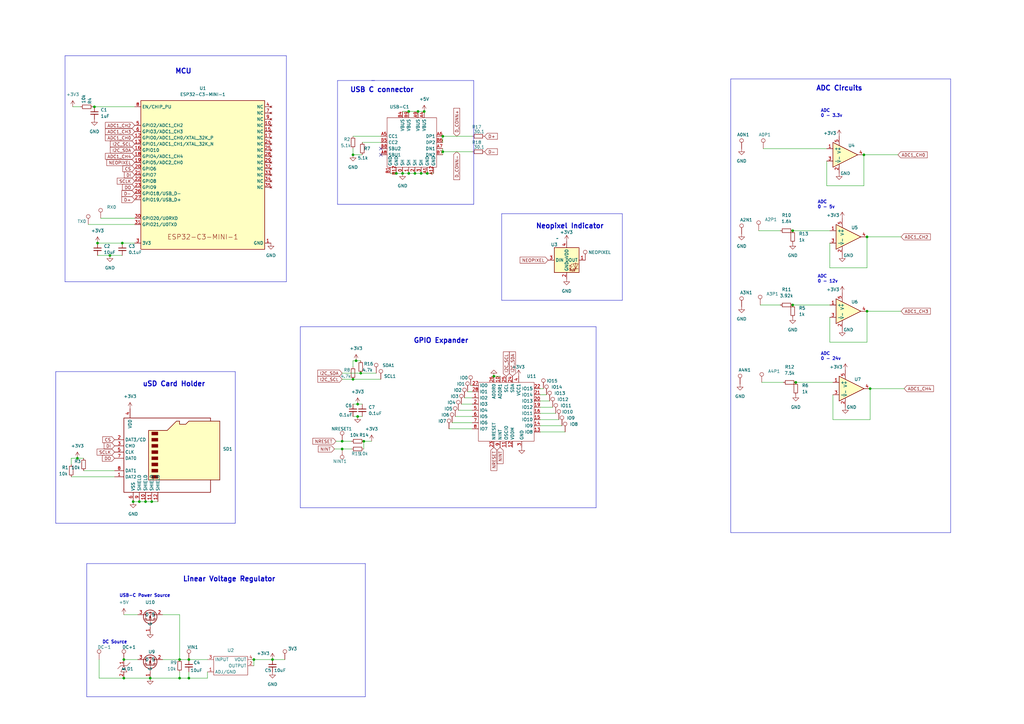
<source format=kicad_sch>
(kicad_sch (version 20230121) (generator eeschema)
  (paper "A3")
  (lib_symbols
    (symbol "1_espressif:ESP32-C3-MINI-1"
      (property "Reference" "U" (at -25.4 35.56 0))
      (property "Value" "ESP32-C3-MINI-1" (at -25.4 33.02 0))
      (symbol "ESP32-C3-MINI-1_0_0"
        (text "ESP32-C3-MINI-1" (at 0 -25.4 0) (effects (font (size 2 2))))
      )
      (symbol "ESP32-C3-MINI-1_1_1"
        (pin power_in line (at 27.94 -27.94 180) (length 2.54) (name "GND") (number "1"))
        (pin no_connect line (at 27.94 20.32 180) (length 2.54) (name "NC") (number "10"))
        (pin bidirectional line (at 27.94 -27.94 180) (length 2.54) hide (name "11") (number "11"))
        (pin bidirectional line (at -27.94 15.24 0) (length 2.54) (name "GPIO0/ADC1_CH0/XTAL_32K_P") (number "12"))
        (pin bidirectional line (at -27.94 12.7 0) (length 2.54) (name "GPIO1/ADC1_CH1/XTAL_32K_N") (number "13"))
        (pin bidirectional line (at 27.94 -27.94 180) (length 2.54) hide (name "14") (number "14"))
        (pin no_connect line (at 27.94 17.78 180) (length 2.54) (name "NC") (number "15"))
        (pin bidirectional line (at -27.94 10.16 0) (length 2.54) (name "GPIO10") (number "16"))
        (pin no_connect line (at 27.94 15.24 180) (length 2.54) (name "NC") (number "17"))
        (pin bidirectional line (at -27.94 7.62 0) (length 2.54) (name "GPIO4/ADC1_CH4") (number "18"))
        (pin bidirectional line (at -27.94 5.08 0) (length 2.54) (name "GPIO5/ADC2_CH0") (number "19"))
        (pin passive line (at 27.94 -27.94 180) (length 2.54) hide (name "GND") (number "2"))
        (pin bidirectional line (at -27.94 2.54 0) (length 2.54) (name "GPIO6") (number "20"))
        (pin bidirectional line (at -27.94 0 0) (length 2.54) (name "GPIO7") (number "21"))
        (pin bidirectional line (at -27.94 -2.54 0) (length 2.54) (name "GPIO8") (number "22"))
        (pin bidirectional line (at -27.94 -5.08 0) (length 2.54) (name "GPIO9") (number "23"))
        (pin no_connect line (at 27.94 12.7 180) (length 2.54) (name "NC") (number "24"))
        (pin no_connect line (at 27.94 10.16 180) (length 2.54) (name "NC") (number "25"))
        (pin bidirectional line (at -27.94 -7.62 0) (length 2.54) (name "GPIO18/USB_D-") (number "26"))
        (pin bidirectional line (at -27.94 -10.16 0) (length 2.54) (name "GPIO19/USB_D+") (number "27"))
        (pin no_connect line (at 27.94 7.62 180) (length 2.54) (name "NC") (number "28"))
        (pin no_connect line (at 27.94 5.08 180) (length 2.54) (name "NC") (number "29"))
        (pin power_in line (at -27.94 -27.94 0) (length 2.54) (name "3V3") (number "3"))
        (pin bidirectional line (at -27.94 -17.78 0) (length 2.54) (name "GPIO20/U0RXD") (number "30"))
        (pin bidirectional line (at -27.94 -20.32 0) (length 2.54) (name "GPIO21/U0TXD") (number "31"))
        (pin no_connect line (at 27.94 2.54 180) (length 2.54) (name "NC") (number "32"))
        (pin no_connect line (at 27.94 0 180) (length 2.54) (name "NC") (number "33"))
        (pin no_connect line (at 27.94 -2.54 180) (length 2.54) (name "NC") (number "34"))
        (pin no_connect line (at 27.94 -5.08 180) (length 2.54) (name "NC") (number "35"))
        (pin passive line (at 27.94 -27.94 180) (length 2.54) hide (name "GND") (number "36"))
        (pin passive line (at 27.94 -27.94 180) (length 2.54) hide (name "GND") (number "37"))
        (pin passive line (at 27.94 -27.94 180) (length 2.54) hide (name "GND") (number "38"))
        (pin passive line (at 27.94 -27.94 180) (length 2.54) hide (name "GND") (number "39"))
        (pin no_connect line (at 27.94 27.94 180) (length 2.54) (name "NC") (number "4"))
        (pin passive line (at 27.94 -27.94 180) (length 2.54) hide (name "GND") (number "40"))
        (pin passive line (at 27.94 -27.94 180) (length 2.54) hide (name "GND") (number "41"))
        (pin passive line (at 27.94 -27.94 180) (length 2.54) hide (name "GND") (number "42"))
        (pin passive line (at 27.94 -27.94 180) (length 2.54) hide (name "GND") (number "43"))
        (pin passive line (at 27.94 -27.94 180) (length 2.54) hide (name "GND") (number "44"))
        (pin passive line (at 27.94 -27.94 180) (length 2.54) hide (name "GND") (number "45"))
        (pin passive line (at 27.94 -27.94 180) (length 2.54) hide (name "GND") (number "46"))
        (pin passive line (at 27.94 -27.94 180) (length 2.54) hide (name "GND") (number "47"))
        (pin passive line (at 27.94 -27.94 180) (length 2.54) hide (name "GND") (number "48"))
        (pin passive line (at 27.94 -27.94 180) (length 2.54) hide (name "GND") (number "49"))
        (pin bidirectional line (at -27.94 20.32 0) (length 2.54) (name "GPIO2/ADC1_CH2") (number "5"))
        (pin passive line (at 27.94 -27.94 180) (length 2.54) hide (name "GND") (number "50"))
        (pin passive line (at 27.94 -27.94 180) (length 2.54) hide (name "GND") (number "51"))
        (pin passive line (at 27.94 -27.94 180) (length 2.54) hide (name "GND") (number "52"))
        (pin passive line (at 27.94 -27.94 180) (length 2.54) hide (name "GND") (number "53"))
        (pin bidirectional line (at -27.94 17.78 0) (length 2.54) (name "GPIO3/ADC1_CH3") (number "6"))
        (pin no_connect line (at 27.94 25.4 180) (length 2.54) (name "NC") (number "7"))
        (pin input line (at -27.94 27.94 0) (length 2.54) (name "EN/CHIP_PU") (number "8"))
        (pin no_connect line (at 27.94 22.86 180) (length 2.54) (name "NC") (number "9"))
      )
    )
    (symbol "1_project_specific:A03401A"
      (property "Reference" "Q" (at 0 0 0))
      (symbol "A03401A_1_1"
        (pin input line (at 0 -11.43 90) (length 2.54) (name "G") (number "1"))
        (pin passive line (at 5.08 -3.81 180) (length 2.54) (name "S") (number "2"))
        (pin passive line (at -5.08 -3.81 0) (length 2.54) (name "D") (number "3"))
      )
    )
    (symbol "1_project_specific:AZ1117IH-3.3TRG1"
      (property "Reference" "U" (at 0 0 0))
      (symbol "AZ1117IH-3.3TRG1_1_1"
        (pin input line (at -8.89 -8.89 0) (length 2.54) (name "ADJ/GND") (number "1"))
        (pin output line (at 10.16 -6.35 180) (length 2.54) (name "OUTPUT") (number "2"))
        (pin input line (at -8.89 -3.81 0) (length 2.54) (name "INPUT") (number "3"))
        (pin output line (at 10.16 -3.81 180) (length 2.54) (name "VOUT") (number "4"))
      )
    )
    (symbol "1_project_specific:LTVS16H5.0T5G"
      (property "Reference" "D" (at -1.27 -1.27 0))
      (symbol "LTVS16H5.0T5G_1_1"
        (pin input line (at -5.08 -3.81 0) (length 2.54) (name "K") (number "1"))
        (pin input line (at 2.54 -3.81 180) (length 2.54) (name "A") (number "2"))
      )
    )
    (symbol "1_project_specific:SX1509BIULTRT"
      (property "Reference" "U" (at 0 0 0))
      (symbol "SX1509BIULTRT_1_1"
        (pin bidirectional line (at -13.97 -19.05 0) (length 2.54) (name "IO2") (number "1"))
        (pin bidirectional line (at -2.54 -10.16 270) (length 2.54) (name "ADDR1") (number "10"))
        (pin bidirectional line (at 0 -39.37 90) (length 2.54) (name "OSCIO") (number "11"))
        (pin bidirectional line (at 2.54 -39.37 90) (length 2.54) (name "VDDM") (number "12"))
        (pin bidirectional line (at 13.97 -33.02 180) (length 2.54) (name "IO8") (number "13"))
        (pin bidirectional line (at 13.97 -30.48 180) (length 2.54) (name "IO9") (number "14"))
        (pin bidirectional line (at 13.97 -27.94 180) (length 2.54) (name "IO10") (number "15"))
        (pin bidirectional line (at 13.97 -25.4 180) (length 2.54) (name "IO11") (number "16"))
        (pin bidirectional line (at 6.35 -39.37 90) (length 2.54) hide (name "GND") (number "17"))
        (pin bidirectional line (at 5.08 -10.16 270) (length 2.54) hide (name "VCC2") (number "18"))
        (pin bidirectional line (at 13.97 -22.86 180) (length 2.54) (name "IO12") (number "19"))
        (pin bidirectional line (at -13.97 -21.59 0) (length 2.54) (name "IO3") (number "2"))
        (pin bidirectional line (at 13.97 -20.32 180) (length 2.54) (name "IO13") (number "20"))
        (pin bidirectional line (at 13.97 -17.78 180) (length 2.54) (name "IO14") (number "21"))
        (pin bidirectional line (at 13.97 -15.24 180) (length 2.54) (name "IO15") (number "22"))
        (pin bidirectional line (at -5.08 -39.37 90) (length 2.54) (name "NRESET") (number "23"))
        (pin bidirectional line (at 2.54 -10.16 270) (length 2.54) (name "SDA") (number "24"))
        (pin bidirectional line (at 0 -10.16 270) (length 2.54) (name "SCL") (number "25"))
        (pin bidirectional line (at -5.08 -10.16 270) (length 2.54) (name "ADDR0") (number "26"))
        (pin bidirectional line (at -13.97 -13.97 0) (length 2.54) (name "IO0") (number "27"))
        (pin bidirectional line (at -13.97 -16.51 0) (length 2.54) (name "IO1") (number "28"))
        (pin bidirectional line (at 6.35 -39.37 90) (length 2.54) hide (name "PAD") (number "29"))
        (pin bidirectional line (at 6.35 -39.37 90) (length 2.54) (name "GND") (number "3"))
        (pin bidirectional line (at 5.08 -10.16 270) (length 2.54) (name "VCC1") (number "4"))
        (pin bidirectional line (at -13.97 -24.13 0) (length 2.54) (name "IO4") (number "5"))
        (pin bidirectional line (at -13.97 -26.67 0) (length 2.54) (name "IO5") (number "6"))
        (pin bidirectional line (at -13.97 -29.21 0) (length 2.54) (name "IO6") (number "7"))
        (pin bidirectional line (at -13.97 -31.75 0) (length 2.54) (name "IO7") (number "8"))
        (pin bidirectional line (at -2.54 -39.37 90) (length 2.54) (name "NINT") (number "9"))
      )
    )
    (symbol "1_project_specific:USB-TYPE-C-018"
      (property "Reference" "USB-C" (at 0 0 0))
      (property "Value" "USB-TYPE-C-018" (at 8.89 -13.97 0))
      (symbol "USB-TYPE-C-018_1_1"
        (pin bidirectional line (at 1.27 -26.67 90) (length 2.54) (name "SH") (number "0"))
        (pin bidirectional line (at 3.81 -26.67 90) (length 2.54) (name "SH") (number "1"))
        (pin bidirectional line (at 6.35 -26.67 90) (length 2.54) (name "SH") (number "2"))
        (pin bidirectional line (at 8.89 -26.67 90) (length 2.54) (name "SH") (number "3"))
        (pin bidirectional line (at 11.43 -26.67 90) (length 2.54) (name "GND") (number "A1"))
        (pin bidirectional line (at 13.97 -26.67 90) (length 2.54) (name "GND") (number "A12"))
        (pin bidirectional line (at 10.16 -1.27 270) (length 2.54) (name "VBUS") (number "A4"))
        (pin bidirectional line (at -7.62 -11.43 0) (length 2.54) (name "CC1") (number "A5"))
        (pin bidirectional line (at 17.78 -11.43 180) (length 2.54) (name "DP1") (number "A6"))
        (pin bidirectional line (at 17.78 -16.51 180) (length 2.54) (name "DN1") (number "A7"))
        (pin bidirectional line (at -7.62 -19.05 0) (length 2.54) (name "SBU1") (number "A8"))
        (pin bidirectional line (at 7.62 -1.27 270) (length 2.54) (name "VBUS") (number "A9"))
        (pin bidirectional line (at -3.81 -26.67 90) (length 2.54) (name "GND") (number "B1"))
        (pin bidirectional line (at -1.27 -26.67 90) (length 2.54) (name "GND") (number "B12"))
        (pin bidirectional line (at 1.27 -1.27 270) (length 2.54) (name "VBUS") (number "B4"))
        (pin bidirectional line (at -7.62 -13.97 0) (length 2.54) (name "CC2") (number "B5"))
        (pin bidirectional line (at 17.78 -13.97 180) (length 2.54) (name "DP2") (number "B6"))
        (pin bidirectional line (at 17.78 -19.05 180) (length 2.54) (name "DN2") (number "B7"))
        (pin bidirectional line (at -7.62 -16.51 0) (length 2.54) (name "SBU2") (number "B8"))
        (pin bidirectional line (at 3.81 -1.27 270) (length 2.54) (name "VBUS") (number "B9"))
      )
    )
    (symbol "1_project_specific:WS2812B-2020"
      (property "Reference" "U?" (at 0 0 0))
      (symbol "WS2812B-2020_0_0"
        (text "RGB" (at 6.096 -13.081 0) (effects (font (size 0.762 0.762))))
      )
      (symbol "WS2812B-2020_1_1"
        (pin output line (at 11.43 -8.89 180) (length 2.54) (name "DOUT") (number "1"))
        (pin power_out line (at 3.81 -16.51 90) (length 2.54) (name "GND") (number "2"))
        (pin output line (at -3.81 -8.89 0) (length 2.54) (name "DIN") (number "3"))
        (pin power_in line (at 3.81 -1.27 270) (length 2.54) (name "VDD") (number "4"))
      )
    )
    (symbol "Connector:TestPoint" (pin_numbers hide) (pin_names (offset 0.762) hide)
      (property "Reference" "TP" (at 0 6.858 0))
      (property "Value" "TestPoint" (at 0 5.08 0))
      (symbol "TestPoint_1_1"
        (pin passive line (at 0 0 90) (length 2.54) (name "1") (number "1"))
      )
    )
    (symbol "Device:C_Small" (pin_numbers hide) (pin_names (offset 0.254) hide)
      (property "Reference" "C" (at 0.254 1.778 0))
      (property "Value" "C_Small" (at 0.254 -2.032 0))
      (symbol "C_Small_1_1"
        (pin passive line (at 0 2.54 270) (length 2.032) (name "~") (number "1"))
        (pin passive line (at 0 -2.54 90) (length 2.032) (name "~") (number "2"))
      )
    )
    (symbol "Device:R_Small" (pin_numbers hide) (pin_names (offset 0.254) hide)
      (property "Reference" "R" (at 0.762 0.508 0))
      (property "Value" "R_Small" (at 0.762 -1.016 0))
      (symbol "R_Small_1_1"
        (pin passive line (at 0 2.54 270) (length 0.762) (name "~") (number "1"))
        (pin passive line (at 0 -2.54 90) (length 0.762) (name "~") (number "2"))
      )
    )
    (symbol "lib:472192001"
      (property "Reference" "SD" (at 0 0 0))
      (property "Value" "472192001" (at 0 0 0))
      (property "part_number" "472192001" (at 0 0 0))
      (symbol "472192001_1_1"
        (pin bidirectional line (at -20.32 -33.02 0) (length 3.81) (name "DAT2") (number "1"))
        (pin passive line (at -7.62 -43.18 90) (length 3.81) (name "SHIELD") (number "10"))
        (pin passive line (at -5.08 -43.18 90) (length 3.81) (name "SHIELD") (number "11"))
        (pin passive line (at -2.54 -43.18 90) (length 3.81) (name "SHIELD") (number "12"))
        (pin bidirectional line (at -20.32 -17.78 0) (length 3.81) (name "DAT3/CD") (number "2"))
        (pin input line (at -20.32 -20.32 0) (length 3.81) (name "CMD") (number "3"))
        (pin power_in line (at -13.97 -5.08 270) (length 3.81) (name "VDD") (number "4"))
        (pin input line (at -20.32 -22.86 0) (length 3.81) (name "CLK") (number "5"))
        (pin power_in line (at -12.7 -43.18 90) (length 3.81) (name "VSS") (number "6"))
        (pin bidirectional line (at -20.32 -25.4 0) (length 3.81) (name "DAT0") (number "7"))
        (pin bidirectional line (at -20.32 -30.48 0) (length 3.81) (name "DAT1") (number "8"))
        (pin passive line (at -10.16 -43.18 90) (length 3.81) (name "SHIELD") (number "9"))
      )
    )
    (symbol "lib:LM321MF"
      (property "Reference" "U" (at 0 0 0))
      (property "part_number" "LM321MF" (at 0 0 0))
      (symbol "LM321MF_1_1"
        (pin input line (at -6.35 -17.78 0) (length 2.54) (name "+") (number "1"))
        (pin power_in line (at -1.27 -27.94 90) (length 3.81) (name "V-") (number "2"))
        (pin input line (at -6.35 -22.86 0) (length 2.54) (name "-") (number "3"))
        (pin output line (at 8.89 -20.32 180) (length 2.54) (name "~") (number "4"))
        (pin power_in line (at -1.27 -12.7 270) (length 3.81) (name "V+") (number "5"))
      )
    )
    (symbol "power:+3V3" (power) (pin_names (offset 0))
      (property "Value" "+3V3" (at 0 3.556 0))
      (symbol "+3V3_1_1"
        (pin power_in line (at 0 0 90) (length 0) hide (name "+3V3") (number "1"))
      )
    )
    (symbol "power:+5V" (power) (pin_names (offset 0))
      (property "Value" "+5V" (at 0 3.556 0))
      (symbol "+5V_1_1"
        (pin power_in line (at 0 0 90) (length 0) hide (name "+5V") (number "1"))
      )
    )
    (symbol "power:GND" (power) (pin_names (offset 0))
      (property "Value" "GND" (at 0 -3.81 0))
      (symbol "GND_1_1"
        (pin power_in line (at 0 0 270) (length 0) hide (name "GND") (number "1"))
      )
    )
  )
  (junction (at 167.64 45.72))
  (junction (at 144.78 155.575))
  (junction (at 50.8 270.51))
  (junction (at 50.165 99.695))
  (junction (at 38.735 43.815))
  (junction (at 104.14 270.51))
  (junction (at 202.565 154.305))
  (junction (at 73.66 278.13))
  (junction (at 325.12 94.615))
  (junction (at 175.26 71.12))
  (junction (at 40.005 99.695))
  (junction (at 140.335 184.15))
  (junction (at 165.1 71.12))
  (junction (at 354.33 63.5))
  (junction (at 45.085 104.775))
  (junction (at 171.45 45.72))
  (junction (at 144.78 63.5))
  (junction (at 170.18 71.12))
  (junction (at 31.75 187.96))
  (junction (at 149.225 180.975))
  (junction (at 77.47 278.13))
  (junction (at 147.955 153.035))
  (junction (at 62.23 205.74))
  (junction (at 355.6 127.635))
  (junction (at 50.8 278.13))
  (junction (at 356.87 159.385))
  (junction (at 355.6 97.155))
  (junction (at 140.335 180.975))
  (junction (at 54.61 205.74))
  (junction (at 111.76 270.51))
  (junction (at 59.69 205.74))
  (junction (at 172.72 71.12))
  (junction (at 77.47 270.51))
  (junction (at 173.99 45.72))
  (junction (at 146.05 147.955))
  (junction (at 326.39 156.845))
  (junction (at 57.15 205.74))
  (junction (at 181.61 55.88))
  (junction (at 181.61 62.23))
  (junction (at 146.685 165.735))
  (junction (at 73.66 270.51))
  (junction (at 162.56 71.12))
  (junction (at 61.595 278.13))
  (junction (at 325.12 125.095))
  (junction (at 146.685 170.815))
  (junction (at 167.64 71.12))
  (no_connect (at 156.21 60.96))
  (no_connect (at 156.21 63.5))
  (wire (pts (xy 146.685 165.735) (xy 148.59 165.735)))
  (wire (pts (xy 165.1 71.12) (xy 167.64 71.12)))
  (polyline (pts (xy 35.56 231.14) (xy 149.86 231.14)))
  (wire (pts (xy 73.66 270.51) (xy 77.47 270.51)))
  (wire (pts (xy 31.75 187.96) (xy 34.29 187.96)))
  (wire (pts (xy 326.39 156.845) (xy 341.63 156.845)))
  (polyline (pts (xy 26.67 22.86) (xy 117.475 22.86)))
  (wire (pts (xy 181.61 62.23) (xy 193.675 62.23)))
  (wire (pts (xy 144.78 170.815) (xy 146.685 170.815)))
  (wire (pts (xy 40.005 104.775) (xy 45.085 104.775)))
  (wire (pts (xy 50.8 278.13) (xy 61.595 278.13)))
  (wire (pts (xy 137.795 180.975) (xy 140.335 180.975)))
  (wire (pts (xy 325.12 94.615) (xy 340.36 94.615)))
  (wire (pts (xy 341.63 172.085) (xy 356.87 172.085)))
  (wire (pts (xy 355.6 109.855) (xy 355.6 97.155)))
  (wire (pts (xy 313.055 60.96) (xy 339.09 60.96)))
  (wire (pts (xy 165.1 45.72) (xy 167.64 45.72)))
  (wire (pts (xy 146.685 170.815) (xy 148.59 170.815)))
  (wire (pts (xy 38.1 43.815) (xy 38.735 43.815)))
  (wire (pts (xy 184.15 175.895) (xy 193.675 175.895)))
  (polyline (pts (xy 299.72 32.385) (xy 389.89 32.385)))
  (wire (pts (xy 146.05 147.955) (xy 147.955 147.955)))
  (polyline (pts (xy 123.19 208.28) (xy 244.475 208.28)))
  (wire (pts (xy 59.69 205.74) (xy 62.23 205.74)))
  (polyline (pts (xy 138.43 83.82) (xy 138.43 33.02)))
  (wire (pts (xy 340.36 109.855) (xy 355.6 109.855)))
  (wire (pts (xy 140.335 155.575) (xy 144.78 155.575)))
  (wire (pts (xy 221.615 174.625) (xy 230.505 174.625)))
  (polyline (pts (xy 96.52 152.4) (xy 96.52 214.63)))
  (polyline (pts (xy 22.86 152.4) (xy 96.52 152.4)))
  (wire (pts (xy 221.615 164.465) (xy 225.425 164.465)))
  (wire (pts (xy 57.15 205.74) (xy 59.69 205.74)))
  (wire (pts (xy 111.76 270.51) (xy 116.84 270.51)))
  (wire (pts (xy 187.96 168.275) (xy 193.675 168.275)))
  (wire (pts (xy 40.005 99.695) (xy 50.165 99.695)))
  (wire (pts (xy 340.36 130.175) (xy 340.36 140.335)))
  (wire (pts (xy 354.33 63.5) (xy 368.3 63.5)))
  (wire (pts (xy 181.61 60.96) (xy 181.61 62.23)))
  (polyline (pts (xy 35.56 231.14) (xy 35.56 285.75)))
  (wire (pts (xy 171.45 45.72) (xy 173.99 45.72)))
  (wire (pts (xy 340.36 99.695) (xy 340.36 109.855)))
  (wire (pts (xy 189.23 165.735) (xy 193.675 165.735)))
  (wire (pts (xy 144.78 150.495) (xy 144.78 147.955)))
  (wire (pts (xy 62.23 205.74) (xy 64.77 205.74)))
  (polyline (pts (xy 117.475 115.57) (xy 26.67 115.57)))
  (wire (pts (xy 186.69 170.815) (xy 193.675 170.815)))
  (wire (pts (xy 50.8 252.095) (xy 56.515 252.095)))
  (wire (pts (xy 29.21 187.96) (xy 31.75 187.96)))
  (wire (pts (xy 41.275 89.535) (xy 55.245 89.535)))
  (wire (pts (xy 54.61 205.74) (xy 57.15 205.74)))
  (polyline (pts (xy 123.19 133.985) (xy 244.475 133.985)))
  (wire (pts (xy 170.18 71.12) (xy 172.72 71.12)))
  (wire (pts (xy 29.21 190.5) (xy 29.21 187.96)))
  (wire (pts (xy 50.8 270.51) (xy 56.515 270.51)))
  (wire (pts (xy 40.64 278.13) (xy 50.8 278.13)))
  (wire (pts (xy 144.78 155.575) (xy 156.21 155.575)))
  (wire (pts (xy 29.845 43.815) (xy 33.02 43.815)))
  (polyline (pts (xy 22.86 152.4) (xy 22.86 214.63)))
  (wire (pts (xy 149.225 180.975) (xy 152.4 180.975)))
  (wire (pts (xy 185.42 173.355) (xy 193.675 173.355)))
  (wire (pts (xy 66.675 270.51) (xy 73.66 270.51)))
  (wire (pts (xy 191.77 160.655) (xy 193.675 160.655)))
  (wire (pts (xy 34.29 193.04) (xy 46.99 193.04)))
  (wire (pts (xy 140.335 153.035) (xy 147.955 153.035)))
  (wire (pts (xy 356.87 159.385) (xy 370.84 159.385)))
  (polyline (pts (xy 96.52 214.63) (xy 22.86 214.63)))
  (polyline (pts (xy 117.475 22.86) (xy 117.475 115.57)))
  (wire (pts (xy 340.36 140.335) (xy 355.6 140.335)))
  (polyline (pts (xy 194.31 83.82) (xy 138.43 83.82)))
  (wire (pts (xy 193.04 158.115) (xy 193.675 158.115)))
  (polyline (pts (xy 149.86 231.14) (xy 149.86 285.75)))
  (wire (pts (xy 104.14 270.51) (xy 104.14 273.05)))
  (wire (pts (xy 341.63 161.925) (xy 341.63 172.085)))
  (wire (pts (xy 29.21 195.58) (xy 46.99 195.58)))
  (wire (pts (xy 85.09 278.13) (xy 85.09 275.59)))
  (wire (pts (xy 147.955 153.035) (xy 154.305 153.035)))
  (wire (pts (xy 339.09 66.04) (xy 339.09 76.2)))
  (wire (pts (xy 38.735 43.815) (xy 55.245 43.815)))
  (wire (pts (xy 354.33 76.2) (xy 354.33 63.5)))
  (wire (pts (xy 339.09 76.2) (xy 354.33 76.2)))
  (wire (pts (xy 221.615 161.925) (xy 224.155 161.925)))
  (wire (pts (xy 221.615 167.005) (xy 226.695 167.005)))
  (wire (pts (xy 355.6 140.335) (xy 355.6 127.635)))
  (wire (pts (xy 73.66 252.095) (xy 73.66 270.51)))
  (wire (pts (xy 221.615 169.545) (xy 227.965 169.545)))
  (wire (pts (xy 146.685 165.735) (xy 144.78 165.735)))
  (wire (pts (xy 356.87 172.085) (xy 356.87 159.385)))
  (wire (pts (xy 181.61 55.88) (xy 181.61 58.42)))
  (wire (pts (xy 355.6 97.155) (xy 369.57 97.155)))
  (wire (pts (xy 321.31 156.845) (xy 312.42 156.845)))
  (wire (pts (xy 144.78 147.955) (xy 146.05 147.955)))
  (wire (pts (xy 221.615 159.385) (xy 222.885 159.385)))
  (wire (pts (xy 320.04 94.615) (xy 311.15 94.615)))
  (wire (pts (xy 144.145 184.15) (xy 140.335 184.15)))
  (wire (pts (xy 77.47 275.59) (xy 77.47 278.13)))
  (wire (pts (xy 167.64 71.12) (xy 170.18 71.12)))
  (polyline (pts (xy 152.4 33.02) (xy 194.31 33.02)))
  (wire (pts (xy 104.14 270.51) (xy 111.76 270.51)))
  (wire (pts (xy 160.02 71.12) (xy 162.56 71.12)))
  (polyline (pts (xy 26.67 22.86) (xy 26.67 115.57)))
  (wire (pts (xy 172.72 71.12) (xy 175.26 71.12)))
  (polyline (pts (xy 123.19 133.985) (xy 123.19 208.28)))
  (wire (pts (xy 149.225 180.975) (xy 149.225 184.15)))
  (wire (pts (xy 36.195 92.075) (xy 55.245 92.075)))
  (wire (pts (xy 162.56 71.12) (xy 165.1 71.12)))
  (wire (pts (xy 202.565 154.305) (xy 205.105 154.305)))
  (wire (pts (xy 181.61 55.88) (xy 193.675 55.88)))
  (wire (pts (xy 140.335 180.975) (xy 144.145 180.975)))
  (wire (pts (xy 144.78 55.88) (xy 156.21 55.88)))
  (wire (pts (xy 175.26 71.12) (xy 177.8 71.12)))
  (wire (pts (xy 148.59 58.42) (xy 156.21 58.42)))
  (wire (pts (xy 325.12 125.095) (xy 340.36 125.095)))
  (wire (pts (xy 73.66 278.13) (xy 77.47 278.13)))
  (wire (pts (xy 40.64 270.51) (xy 40.64 278.13)))
  (wire (pts (xy 144.78 63.5) (xy 144.78 60.96)))
  (wire (pts (xy 181.61 62.23) (xy 181.61 63.5)))
  (polyline (pts (xy 194.31 33.02) (xy 194.31 83.82)))
  (wire (pts (xy 221.615 177.165) (xy 231.775 177.165)))
  (polyline (pts (xy 149.86 285.75) (xy 35.56 285.75)))
  (wire (pts (xy 140.335 184.15) (xy 137.16 184.15)))
  (polyline (pts (xy 244.475 208.28) (xy 244.475 133.985)))
  (wire (pts (xy 355.6 127.635) (xy 369.57 127.635)))
  (wire (pts (xy 50.165 99.695) (xy 55.245 99.695)))
  (polyline (pts (xy 389.89 218.44) (xy 299.72 218.44)))
  (wire (pts (xy 61.595 278.13) (xy 73.66 278.13)))
  (polyline (pts (xy 138.43 33.02) (xy 153.67 33.02)))
  (wire (pts (xy 66.675 252.095) (xy 73.66 252.095)))
  (wire (pts (xy 221.615 172.085) (xy 229.235 172.085)))
  (wire (pts (xy 77.47 278.13) (xy 85.09 278.13)))
  (wire (pts (xy 190.5 163.195) (xy 193.675 163.195)))
  (wire (pts (xy 73.66 275.59) (xy 73.66 278.13)))
  (wire (pts (xy 148.59 63.5) (xy 144.78 63.5)))
  (wire (pts (xy 311.785 125.095) (xy 320.04 125.095)))
  (polyline (pts (xy 389.89 32.385) (xy 389.89 218.44)))
  (wire (pts (xy 77.47 270.51) (xy 85.09 270.51)))
  (wire (pts (xy 45.085 104.775) (xy 50.165 104.775)))
  (polyline (pts (xy 299.72 32.385) (xy 299.72 218.44)))
  (wire (pts (xy 167.64 45.72) (xy 171.45 45.72)))
  (wire (pts (xy 61.595 259.715) (xy 61.595 259.08)))
  (rectangle (start 205.74 87.63) (end 255.27 123.19))
  (text "ADC Circuits" (at 334.645 37.465 0) (effects (font (size 2 2) bold) (justify left bottom)))
  (text "uSD Card Holder" (at 58.42 158.75 0) (effects (font (size 2 2) bold) (justify left bottom)))
  (text "Linear Voltage Regulator" (at 74.93 238.76 0) (effects (font (size 2 2) bold) (justify left bottom)))
  (text "ADC\n0 - 5v" (at 335.28 85.725 0) (effects (font (size 1.27 1.27) bold) (justify left bottom)))
  (text "USB-C Power Source" (at 48.895 245.11 0) (effects (font (size 1.27 1.27) (thickness 0.254) bold) (justify left bottom)))
  (text "ADC\n0 - 3.3v" (at 336.55 48.26 0) (effects (font (size 1.27 1.27) bold) (justify left bottom)))
  (text "ADC\n0 - 12v" (at 335.28 116.205 0) (effects (font (size 1.27 1.27) bold) (justify left bottom)))
  (text "DC Source" (at 41.91 264.16 0) (effects (font (size 1.27 1.27) (thickness 0.254) bold) (justify left bottom)))
  (text "USB C connector" (at 143.51 38.1 0) (effects (font (size 2 2) bold) (justify left bottom)))
  (text "GPIO Expander" (at 169.545 140.97 0) (effects (font (size 2 2) (thickness 0.4) bold) (justify left bottom)))
  (text "Neopixel Indicator" (at 219.71 93.98 0) (effects (font (size 2 2) bold) (justify left bottom)))
  (text "MCU" (at 71.755 30.48 0) (effects (font (size 2 2) (thickness 0.4) bold) (justify left bottom)))
  (text "ADC\n0 - 24v" (at 336.55 147.955 0) (effects (font (size 1.27 1.27) bold) (justify left bottom)))
  (global_label "I2C_SCL" (shape input) (at 207.645 154.305 90) (property "Intersheetrefs" "${INTERSHEET_REFS}" (effects hide)))
  (global_label "ADC1_CH2" (shape input) (at 55.245 51.435 180) (property "Intersheetrefs" "${INTERSHEET_REFS}" (effects hide)))
  (global_label "I2C_SCL" (shape input) (at 140.335 155.575 180) (property "Intersheetrefs" "${INTERSHEET_REFS}" (effects hide)))
  (global_label "ADC1_CH3" (shape input) (at 55.245 53.975 180) (property "Intersheetrefs" "${INTERSHEET_REFS}" (effects hide)))
  (global_label "ADC1_CH0" (shape input) (at 368.3 63.5 0) (property "Intersheetrefs" "${INTERSHEET_REFS}" (effects hide)))
  (global_label "DO" (shape input) (at 46.99 187.96 180) (property "Intersheetrefs" "${INTERSHEET_REFS}" (effects hide)))
  (global_label "I2C_SDA" (shape input) (at 55.245 61.595 180) (property "Intersheetrefs" "${INTERSHEET_REFS}" (effects hide)))
  (global_label "D+" (shape input) (at 198.755 55.88 0) (property "Intersheetrefs" "${INTERSHEET_REFS}" (effects hide)))
  (global_label "ADC1_CH4" (shape input) (at 55.245 64.135 180) (property "Intersheetrefs" "${INTERSHEET_REFS}" (effects hide)))
  (global_label "NEOPIXEL" (shape input) (at 55.245 66.675 180) (property "Intersheetrefs" "${INTERSHEET_REFS}" (effects hide)))
  (global_label "D-" (shape input) (at 198.755 62.23 0) (property "Intersheetrefs" "${INTERSHEET_REFS}" (effects hide)))
  (global_label "D_CONN+" (shape input) (at 187.325 55.88 90) (property "Intersheetrefs" "${INTERSHEET_REFS}" (effects hide)))
  (global_label "CS" (shape input) (at 46.99 180.34 180) (property "Intersheetrefs" "${INTERSHEET_REFS}" (effects hide)))
  (global_label "D_CONN-" (shape input) (at 187.325 62.23 270) (property "Intersheetrefs" "${INTERSHEET_REFS}" (effects hide)))
  (global_label "DO" (shape input) (at 55.245 76.835 180) (property "Intersheetrefs" "${INTERSHEET_REFS}" (effects hide)))
  (global_label "SCLK" (shape input) (at 55.245 74.295 180) (property "Intersheetrefs" "${INTERSHEET_REFS}" (effects hide)))
  (global_label "SCLK" (shape input) (at 46.99 185.42 180) (property "Intersheetrefs" "${INTERSHEET_REFS}" (effects hide)))
  (global_label "DI" (shape input) (at 55.245 71.755 180) (property "Intersheetrefs" "${INTERSHEET_REFS}" (effects hide)))
  (global_label "ADC1_CH3" (shape input) (at 369.57 127.635 0) (property "Intersheetrefs" "${INTERSHEET_REFS}" (effects hide)))
  (global_label "ADC1_CH4" (shape input) (at 370.84 159.385 0) (property "Intersheetrefs" "${INTERSHEET_REFS}" (effects hide)))
  (global_label "I2C_SDA" (shape input) (at 140.335 153.035 180) (property "Intersheetrefs" "${INTERSHEET_REFS}" (effects hide)))
  (global_label "I2C_SCL" (shape input) (at 55.245 59.055 180) (property "Intersheetrefs" "${INTERSHEET_REFS}" (effects hide)))
  (global_label "ADC1_CH0" (shape input) (at 55.245 56.515 180) (property "Intersheetrefs" "${INTERSHEET_REFS}" (effects hide)))
  (global_label "ADC1_CH2" (shape input) (at 369.57 97.155 0) (property "Intersheetrefs" "${INTERSHEET_REFS}" (effects hide)))
  (global_label "D-" (shape input) (at 55.245 79.375 180) (property "Intersheetrefs" "${INTERSHEET_REFS}" (effects hide)))
  (global_label "D+" (shape input) (at 55.245 81.915 180) (property "Intersheetrefs" "${INTERSHEET_REFS}" (effects hide)))
  (global_label "NINT" (shape input) (at 137.16 184.15 180) (property "Intersheetrefs" "${INTERSHEET_REFS}" (effects hide)))
  (global_label "NINT" (shape input) (at 205.105 183.515 270) (property "Intersheetrefs" "${INTERSHEET_REFS}" (effects hide)))
  (global_label "DI" (shape input) (at 46.99 182.88 180) (property "Intersheetrefs" "${INTERSHEET_REFS}" (effects hide)))
  (global_label "NRESET" (shape input) (at 202.565 183.515 270) (property "Intersheetrefs" "${INTERSHEET_REFS}" (effects hide)))
  (global_label "NEOPIXEL" (shape input) (at 224.79 106.68 180) (property "Intersheetrefs" "${INTERSHEET_REFS}" (effects hide)))
  (global_label "CS" (shape input) (at 55.245 69.215 180) (property "Intersheetrefs" "${INTERSHEET_REFS}" (effects hide)))
  (global_label "I2C_SDA" (shape input) (at 210.185 154.305 90) (property "Intersheetrefs" "${INTERSHEET_REFS}" (effects hide)))
  (global_label "NRESET" (shape input) (at 137.795 180.975 180) (property "Intersheetrefs" "${INTERSHEET_REFS}" (effects hide)))
  (symbol (lib_id "Connector:TestPoint") (at 116.84 270.51 0) (unit 1)
    (property "Reference" "3V3" (at 118.11 266.065 0) (effects (justify left)))
    (property "Value" "TestPoint" (effects hide))
    (property "Footprint" "TestPoint:TestPoint_THTPad_1.0x1.0mm_Drill0.5mm" (effects hide))
  )
  (symbol (lib_id "Connector:TestPoint") (at 222.885 159.385 0) (unit 1)
    (property "Reference" "IO15" (at 224.155 156.21 0) (effects (justify left)))
    (property "Value" "TestPoint" (effects hide))
    (property "Footprint" "TestPoint:TestPoint_THTPad_1.0x1.0mm_Drill0.5mm" (effects hide))
  )
  (symbol (lib_id "power:+3V3") (at 212.725 154.305 0) (unit 1)
    (property "Reference" "#PWR0120" (effects hide))
    (property "Value" "+3V3" (at 215.265 150.495 0) (effects (justify right)))
  )
  (symbol (lib_id "Connector:TestPoint") (at 191.77 160.655 0) (unit 1)
    (property "Reference" "IO1" (at 187.325 157.48 0) (effects (justify left)))
    (property "Value" "TestPoint" (effects hide))
    (property "Footprint" "TestPoint:TestPoint_THTPad_1.0x1.0mm_Drill0.5mm" (effects hide))
  )
  (symbol (lib_id "Device:R_Small") (at 144.78 58.42 180) (unit 1)
    (property "Reference" "R2" (at 140.97 57.15 0) (effects (justify right)))
    (property "Value" "5.1k" (at 139.7 59.69 0) (effects (justify right)))
    (property "Footprint" "Resistor_SMD:R_0402_1005Metric" (effects hide))
    (property "part_number" "ERJ2RKF5101X" (effects hide))
  )
  (symbol (lib_id "Device:C_Small") (at 77.47 273.05 0) (unit 1)
    (property "Reference" "C4" (at 79.375 271.78 0) (effects (justify left)))
    (property "Value" "10uF" (at 78.105 274.955 0) (effects (justify left)))
    (property "Footprint" "Capacitor_SMD:C_0603_1608Metric" (effects hide))
    (property "part_number" "CL10A106KO8NQNC" (effects hide))
  )
  (symbol (lib_id "Connector:TestPoint") (at 304.165 95.885 0) (unit 1)
    (property "Reference" "A2N1" (at 303.53 90.17 0) (effects (justify left)))
    (property "Value" "TestPoint" (effects hide))
    (property "Footprint" "TestPoint:TestPoint_THTPad_1.0x1.0mm_Drill0.5mm" (effects hide))
  )
  (symbol (lib_id "Device:R_Small") (at 322.58 94.615 90) (unit 1)
    (property "Reference" "R10" (at 322.58 88.265 90))
    (property "Value" "1.6k" (at 322.58 90.805 90))
    (property "Footprint" "Resistor_SMD:R_0402_1005Metric" (effects hide))
    (property "part_number" "RMC04021.6K1%N" (effects hide))
  )
  (symbol (lib_id "Device:C_Small") (at 111.76 273.05 0) (unit 1)
    (property "Reference" "C5" (at 108.585 274.955 0) (effects (justify left)))
    (property "Value" "10uF" (at 112.395 274.955 0) (effects (justify left)))
    (property "Footprint" "Capacitor_SMD:C_0603_1608Metric" (effects hide))
    (property "part_number" "CL10A106KO8NQNC" (effects hide))
  )
  (symbol (lib_id "Connector:TestPoint") (at 227.965 169.545 0) (unit 1)
    (property "Reference" "IO11" (at 229.87 166.37 0) (effects (justify left)))
    (property "Value" "TestPoint" (effects hide))
    (property "Footprint" "TestPoint:TestPoint_THTPad_1.0x1.0mm_Drill0.5mm" (effects hide))
  )
  (symbol (lib_id "Connector:TestPoint") (at 156.21 155.575 0) (unit 1)
    (property "Reference" "SCL1" (at 157.48 154.305 0) (effects (justify left)))
    (property "Value" "TestPoint" (effects hide))
    (property "Footprint" "TestPoint:TestPoint_THTPad_1.0x1.0mm_Drill0.5mm" (effects hide))
  )
  (symbol (lib_id "power:GND") (at 304.165 60.96 0) (unit 1)
    (property "Reference" "#PWR0112" (effects hide))
    (property "Value" "GND" (at 304.165 66.04 0))
  )
  (symbol (lib_id "Device:R_Small") (at 146.685 184.15 90) (unit 1)
    (property "Reference" "R15" (at 144.145 186.055 90) (effects (justify right)))
    (property "Value" "10k" (at 147.32 186.055 90) (effects (justify right)))
    (property "Footprint" "Resistor_SMD:R_0402_1005Metric" (effects hide))
    (property "part_number" "ERJ2RKF1002X" (effects hide))
  )
  (symbol (lib_id "Connector:TestPoint") (at 186.69 170.815 0) (unit 1)
    (property "Reference" "IO5" (at 182.245 167.64 0) (effects (justify left)))
    (property "Value" "TestPoint" (effects hide))
    (property "Footprint" "TestPoint:TestPoint_THTPad_1.0x1.0mm_Drill0.5mm" (effects hide))
  )
  (symbol (lib_id "Device:R_Small") (at 147.955 150.495 180) (unit 1)
    (property "Reference" "R16" (at 149.225 149.225 0) (effects (justify right)))
    (property "Value" "4.7k" (at 148.59 151.765 0) (effects (justify right)))
    (property "Footprint" "Resistor_SMD:R_0402_1005Metric" (effects hide))
    (property "part_number" "RC0402FR-074K7L" (effects hide))
  )
  (symbol (lib_id "power:GND") (at 38.735 48.895 0) (unit 1)
    (property "Reference" "#PWR02" (effects hide))
    (property "Value" "GND" (at 38.735 53.975 0))
  )
  (symbol (lib_id "Device:R_Small") (at 35.56 43.815 90) (unit 1)
    (property "Reference" "R4" (at 36.83 40.005 0) (effects (justify right)))
    (property "Value" "10k" (at 34.29 38.735 0) (effects (justify right)))
    (property "Footprint" "Resistor_SMD:R_0402_1005Metric" (effects hide))
    (property "part_number" "ERJ2RKF1002X" (effects hide))
  )
  (symbol (lib_id "1_project_specific:A03401A") (at 61.595 266.7 0) (unit 1)
    (property "Reference" "U9" (at 62.23 267.335 0))
    (property "Value" "A03401A" (effects hide))
    (property "Footprint" "1_project_footprints:SOT-23" (effects hide))
  )
  (symbol (lib_id "lib:LM321MF") (at 345.44 43.18 0) (unit 1)
    (property "Reference" "U4" (at 349.25 59.69 0))
    (property "Value" "LM321MF" (effects hide))
    (property "Footprint" "1_project_footprints:LM321MF" (effects hide))
    (property "part_number" "LM321MF" (effects hide))
  )
  (symbol (lib_id "power:+3V3") (at 111.76 270.51 0) (unit 1)
    (property "Reference" "#PWR0101" (effects hide))
    (property "Value" "+3V3" (at 107.95 267.97 0))
  )
  (symbol (lib_id "power:+3V3") (at 345.44 89.535 0) (unit 1)
    (property "Reference" "#PWR027" (effects hide))
    (property "Value" "+3V3" (at 341.63 88.265 0))
  )
  (symbol (lib_id "Device:R_Small") (at 148.59 60.96 180) (unit 1)
    (property "Reference" "R7" (at 149.225 60.96 0) (effects (justify right)))
    (property "Value" "5.1k" (at 146.685 64.77 0) (effects (justify right)))
    (property "Footprint" "Resistor_SMD:R_0402_1005Metric" (effects hide))
    (property "part_number" "ERJ2RKF5101X" (effects hide))
  )
  (symbol (lib_id "1_espressif:ESP32-C3-MINI-1") (at 83.185 71.755 0) (unit 1)
    (property "Reference" "U1" (at 83.185 36.195 0))
    (property "Value" "ESP32-C3-MINI-1" (at 83.185 38.735 0))
    (property "Footprint" "Espressif:ESP32-C3-MINI-1" (effects hide))
    (property "Datasheet" "https://www.espressif.com/sites/default/files/documentation/esp32-c3-mini-1_datasheet_en.pdf" (effects hide))
  )
  (symbol (lib_id "power:+3V3") (at 344.17 55.88 0) (unit 1)
    (property "Reference" "#PWR025" (effects hide))
    (property "Value" "+3V3" (at 340.36 54.61 0))
  )
  (symbol (lib_id "1_project_specific:USB-TYPE-C-018") (at 163.83 44.45 0) (unit 1)
    (property "Reference" "USB-C1" (at 163.83 43.815 0))
    (property "Value" "USB-TYPE-C-018" (effects hide))
    (property "Footprint" "lib:USB-TYPE-C-018" (effects hide))
  )
  (symbol (lib_id "power:GND") (at 202.565 154.305 180) (unit 1)
    (property "Reference" "#PWR0119" (effects hide))
    (property "Value" "GND" (effects hide))
  )
  (symbol (lib_id "power:GND") (at 345.44 135.255 0) (unit 1)
    (property "Reference" "#PWR030" (effects hide))
    (property "Value" "GND" (at 347.98 135.255 0))
  )
  (symbol (lib_id "power:GND") (at 61.595 259.08 0) (unit 1)
    (property "Reference" "#PWR0107" (effects hide))
    (property "Value" "GND" (effects hide))
  )
  (symbol (lib_id "Connector:TestPoint") (at 224.155 161.925 0) (unit 1)
    (property "Reference" "IO14" (at 226.06 158.75 0) (effects (justify left)))
    (property "Value" "TestPoint" (effects hide))
    (property "Footprint" "TestPoint:TestPoint_THTPad_1.0x1.0mm_Drill0.5mm" (effects hide))
  )
  (symbol (lib_id "Connector:TestPoint") (at 184.15 175.895 0) (unit 1)
    (property "Reference" "IO7" (at 179.705 172.72 0) (effects (justify left)))
    (property "Value" "TestPoint" (effects hide))
    (property "Footprint" "TestPoint:TestPoint_THTPad_1.0x1.0mm_Drill0.5mm" (effects hide))
  )
  (symbol (lib_id "Device:R_Small") (at 322.58 125.095 90) (unit 1)
    (property "Reference" "R11" (at 322.58 118.745 90))
    (property "Value" "3.92k" (at 322.58 121.285 90))
    (property "Footprint" "Resistor_SMD:R_0402_1005Metric" (effects hide))
    (property "part_number" "RC0402FR-073K9L" (effects hide))
  )
  (symbol (lib_id "Device:R_Small") (at 73.66 273.05 180) (unit 1)
    (property "Reference" "R9" (at 69.85 271.78 0) (effects (justify right)))
    (property "Value" "10k" (at 68.58 274.32 0) (effects (justify right)))
    (property "Footprint" "Resistor_SMD:R_0402_1005Metric" (effects hide))
    (property "part_number" "ERJ2RKF1002X" (effects hide))
  )
  (symbol (lib_id "power:GND") (at 325.12 99.695 0) (unit 1)
    (property "Reference" "#PWR020" (effects hide))
    (property "Value" "GND" (at 325.12 104.775 0))
  )
  (symbol (lib_id "power:GND") (at 325.12 130.175 0) (unit 1)
    (property "Reference" "#PWR021" (effects hide))
    (property "Value" "GND" (at 325.12 135.255 0))
  )
  (symbol (lib_id "Connector:TestPoint") (at 185.42 173.355 0) (unit 1)
    (property "Reference" "IO6" (at 180.975 170.18 0) (effects (justify left)))
    (property "Value" "TestPoint" (effects hide))
    (property "Footprint" "TestPoint:TestPoint_THTPad_1.0x1.0mm_Drill0.5mm" (effects hide))
  )
  (symbol (lib_id "Device:R_Small") (at 325.12 127.635 0) (unit 1)
    (property "Reference" "R5" (at 327.66 126.3649 0) (effects (justify left)))
    (property "Value" "1k" (at 327.66 128.9049 0) (effects (justify left)))
    (property "Footprint" "Resistor_SMD:R_0402_1005Metric" (effects hide))
    (property "part_number" "CR-02FL6----1K" (effects hide))
  )
  (symbol (lib_id "Connector:TestPoint") (at 154.305 153.035 0) (unit 1)
    (property "Reference" "SDA1" (at 156.845 149.86 0) (effects (justify left)))
    (property "Value" "TestPoint" (effects hide))
    (property "Footprint" "TestPoint:TestPoint_THTPad_1.0x1.0mm_Drill0.5mm" (effects hide))
  )
  (symbol (lib_id "Connector:TestPoint") (at 225.425 164.465 0) (unit 1)
    (property "Reference" "IO13" (at 227.33 161.29 0) (effects (justify left)))
    (property "Value" "TestPoint" (effects hide))
    (property "Footprint" "TestPoint:TestPoint_THTPad_1.0x1.0mm_Drill0.5mm" (effects hide))
  )
  (symbol (lib_id "Device:R_Small") (at 34.29 190.5 180) (unit 1)
    (property "Reference" "R3" (at 30.48 189.23 0) (effects (justify right)))
    (property "Value" "10k" (at 29.21 191.77 0) (effects (justify right)))
    (property "Footprint" "Resistor_SMD:R_0402_1005Metric" (effects hide))
    (property "part_number" "ERJ2RKF1002X" (effects hide))
  )
  (symbol (lib_id "power:+5V") (at 50.8 252.095 0) (unit 1)
    (property "Reference" "#PWR06" (effects hide))
    (property "Value" "+5V" (at 50.8 247.015 0))
  )
  (symbol (lib_id "Device:R_Small") (at 325.12 97.155 0) (unit 1)
    (property "Reference" "R13" (at 327.66 95.8849 0) (effects (justify left)))
    (property "Value" "1k" (at 327.66 98.4249 0) (effects (justify left)))
    (property "Footprint" "Resistor_SMD:R_0402_1005Metric" (effects hide))
    (property "part_number" "CR-02FL6----1K" (effects hide))
  )
  (symbol (lib_id "power:+3V3") (at 53.34 167.64 0) (unit 1)
    (property "Reference" "#PWR013" (effects hide))
    (property "Value" "+3V3" (at 53.34 162.56 0))
  )
  (symbol (lib_id "Device:R_Small") (at 196.215 62.23 270) (unit 1)
    (property "Reference" "R18" (at 197.485 58.42 90) (effects (justify right)))
    (property "Value" "30.1" (at 198.755 60.325 90) (effects (justify right)))
    (property "Footprint" "Resistor_SMD:R_0402_1005Metric" (effects hide))
    (property "part_number" "0402WGF301JTCE" (effects hide))
  )
  (symbol (lib_id "Device:C_Small") (at 144.78 168.275 0) (unit 1)
    (property "Reference" "C6" (at 141.605 166.37 0) (effects (justify left)))
    (property "Value" "0.1uF" (at 139.065 170.18 0) (effects (justify left)))
    (property "Footprint" "Capacitor_SMD:C_0402_1005Metric" (effects hide))
    (property "part_number" "GCM155L81E104KE02D" (effects hide))
  )
  (symbol (lib_id "power:GND") (at 213.995 183.515 0) (unit 1)
    (property "Reference" "#PWR0118" (effects hide))
    (property "Value" "GND" (effects hide))
  )
  (symbol (lib_id "power:GND") (at 165.1 71.12 0) (unit 1)
    (property "Reference" "#PWR0104" (effects hide))
    (property "Value" "GND" (at 165.1 76.2 0))
  )
  (symbol (lib_id "power:+3V3") (at 40.005 99.695 0) (unit 1)
    (property "Reference" "#PWR03" (effects hide))
    (property "Value" "+3V3" (at 40.005 94.615 0))
  )
  (symbol (lib_id "Device:R_Small") (at 196.215 55.88 270) (unit 1)
    (property "Reference" "R17" (at 197.485 52.07 90) (effects (justify right)))
    (property "Value" "30.1" (at 198.755 53.975 90) (effects (justify right)))
    (property "Footprint" "Resistor_SMD:R_0402_1005Metric" (effects hide))
    (property "part_number" "0402WGF301JTCE" (effects hide))
  )
  (symbol (lib_id "Connector:TestPoint") (at 304.165 125.73 0) (unit 1)
    (property "Reference" "A3N1" (at 303.53 120.015 0) (effects (justify left)))
    (property "Value" "TestPoint" (effects hide))
    (property "Footprint" "TestPoint:TestPoint_THTPad_1.0x1.0mm_Drill0.5mm" (effects hide))
  )
  (symbol (lib_id "Connector:TestPoint") (at 311.785 125.095 0) (unit 1)
    (property "Reference" "A3P1" (at 314.325 120.5229 0) (effects (justify left)))
    (property "Value" "TestPoint" (effects hide))
    (property "Footprint" "TestPoint:TestPoint_THTPad_1.0x1.0mm_Drill0.5mm" (effects hide))
  )
  (symbol (lib_id "Connector:TestPoint") (at 189.23 165.735 0) (unit 1)
    (property "Reference" "IO3" (at 184.785 162.56 0) (effects (justify left)))
    (property "Value" "TestPoint" (effects hide))
    (property "Footprint" "TestPoint:TestPoint_THTPad_1.0x1.0mm_Drill0.5mm" (effects hide))
  )
  (symbol (lib_id "1_project_specific:SX1509BIULTRT") (at 207.645 144.145 0) (unit 1)
    (property "Reference" "U11" (at 216.0144 154.305 0) (effects (justify left)))
    (property "Value" "SX1509BIULTRT" (effects hide))
    (property "Footprint" "1_project_footprints:QFN-28-EP(4x4)" (effects hide))
  )
  (symbol (lib_id "Connector:TestPoint") (at 187.96 168.275 0) (unit 1)
    (property "Reference" "IO4" (at 183.515 165.1 0) (effects (justify left)))
    (property "Value" "TestPoint" (effects hide))
    (property "Footprint" "TestPoint:TestPoint_THTPad_1.0x1.0mm_Drill0.5mm" (effects hide))
  )
  (symbol (lib_id "1_project_specific:A03401A") (at 61.595 248.285 0) (unit 1)
    (property "Reference" "U10" (at 61.595 247.015 0))
    (property "Value" "A03401A" (effects hide))
    (property "Footprint" "1_project_footprints:SOT-23" (effects hide))
  )
  (symbol (lib_id "Connector:TestPoint") (at 230.505 174.625 0) (unit 1)
    (property "Reference" "IO9" (at 232.41 171.45 0) (effects (justify left)))
    (property "Value" "TestPoint" (effects hide))
    (property "Footprint" "TestPoint:TestPoint_THTPad_1.0x1.0mm_Drill0.5mm" (effects hide))
  )
  (symbol (lib_id "Connector:TestPoint") (at 140.335 180.975 0) (unit 1)
    (property "Reference" "NRESET1" (at 135.89 175.895 0) (effects (justify left)))
    (property "Value" "TestPoint" (effects hide))
    (property "Footprint" "TestPoint:TestPoint_THTPad_1.0x1.0mm_Drill0.5mm" (effects hide))
  )
  (symbol (lib_id "power:GND") (at 61.595 278.13 0) (unit 1)
    (property "Reference" "#PWR0103" (effects hide))
    (property "Value" "GND" (effects hide))
  )
  (symbol (lib_id "Device:R_Small") (at 29.21 193.04 180) (unit 1)
    (property "Reference" "R1" (at 25.4 191.77 0) (effects (justify right)))
    (property "Value" "10k" (at 24.13 194.31 0) (effects (justify right)))
    (property "Footprint" "Resistor_SMD:R_0402_1005Metric" (effects hide))
    (property "part_number" "ERJ2RKF1002X" (effects hide))
  )
  (symbol (lib_id "Connector:TestPoint") (at 304.165 60.96 0) (unit 1)
    (property "Reference" "A0N1" (at 302.26 55.245 0) (effects (justify left)))
    (property "Value" "TestPoint" (effects hide))
    (property "Footprint" "TestPoint:TestPoint_THTPad_1.0x1.0mm_Drill0.5mm" (effects hide))
  )
  (symbol (lib_id "1_project_specific:WS2812B-2020") (at 228.6 97.79 0) (unit 1)
    (property "Reference" "U3" (at 227.33 100.33 0))
    (property "Value" "~" (at 228.6 97.79 0))
    (property "Footprint" "1_project_footprints:WS2812B-2020" (effects hide))
  )
  (symbol (lib_id "Connector:TestPoint") (at 231.775 177.165 0) (unit 1)
    (property "Reference" "IO8" (at 233.68 173.99 0) (effects (justify left)))
    (property "Value" "TestPoint" (effects hide))
    (property "Footprint" "TestPoint:TestPoint_THTPad_1.0x1.0mm_Drill0.5mm" (effects hide))
  )
  (symbol (lib_id "lib:472192001") (at 67.31 162.56 0) (unit 1)
    (property "Reference" "SD1" (at 91.44 184.1499 0) (effects (justify left)))
    (property "Value" "472192001" (effects hide))
    (property "Footprint" "1_project_footprints:472192001" (effects hide))
    (property "part_number" "472192001" (effects hide))
  )
  (symbol (lib_id "power:+3V3") (at 29.845 43.815 0) (unit 1)
    (property "Reference" "#PWR01" (effects hide))
    (property "Value" "+3V3" (at 29.845 38.735 0))
  )
  (symbol (lib_id "power:+3V3") (at 346.71 151.765 0) (unit 1)
    (property "Reference" "#PWR031" (effects hide))
    (property "Value" "+3V3" (at 342.9 150.495 0))
  )
  (symbol (lib_id "power:GND") (at 146.685 170.815 0) (unit 1)
    (property "Reference" "#PWR0116" (effects hide))
    (property "Value" "GND" (effects hide))
  )
  (symbol (lib_id "power:GND") (at 111.125 99.695 0) (unit 1)
    (property "Reference" "#PWR05" (effects hide))
    (property "Value" "GND" (at 111.125 104.775 0))
  )
  (symbol (lib_id "power:+3V3") (at 152.4 180.975 0) (unit 1)
    (property "Reference" "#PWR0117" (effects hide))
    (property "Value" "+3V3" (at 152.4 175.895 0))
  )
  (symbol (lib_id "power:+3V3") (at 345.44 120.015 0) (unit 1)
    (property "Reference" "#PWR029" (effects hide))
    (property "Value" "+3V3" (at 341.63 118.745 0))
  )
  (symbol (lib_id "Connector:TestPoint") (at 229.235 172.085 0) (unit 1)
    (property "Reference" "IO10" (at 230.505 168.91 0) (effects (justify left)))
    (property "Value" "TestPoint" (effects hide))
    (property "Footprint" "TestPoint:TestPoint_THTPad_1.0x1.0mm_Drill0.5mm" (effects hide))
  )
  (symbol (lib_id "power:GND") (at 144.78 63.5 0) (unit 1)
    (property "Reference" "#PWR0105" (effects hide))
    (property "Value" "GND" (at 144.78 68.58 0))
  )
  (symbol (lib_id "Connector:TestPoint") (at 303.53 157.48 0) (unit 1)
    (property "Reference" "A4N1" (at 302.895 151.765 0) (effects (justify left)))
    (property "Value" "TestPoint" (effects hide))
    (property "Footprint" "TestPoint:TestPoint_THTPad_1.0x1.0mm_Drill0.5mm" (effects hide))
  )
  (symbol (lib_id "Connector:TestPoint") (at 40.64 270.51 0) (unit 1)
    (property "Reference" "DC-1" (at 40.005 265.43 0) (effects (justify left)))
    (property "Value" "TestPoint" (effects hide))
    (property "Footprint" "TestPoint:TestPoint_THTPad_1.0x1.0mm_Drill0.5mm" (effects hide))
  )
  (symbol (lib_id "Device:C_Small") (at 50.165 102.235 0) (unit 1)
    (property "Reference" "C3" (at 52.705 100.9712 0) (effects (justify left)))
    (property "Value" "0.1uF" (at 52.705 103.5112 0) (effects (justify left)))
    (property "Footprint" "Capacitor_SMD:C_0402_1005Metric" (effects hide))
    (property "part_number" "GCM155L81E104KE02D" (effects hide))
  )
  (symbol (lib_id "Connector:TestPoint") (at 41.275 89.535 0) (unit 1)
    (property "Reference" "RX0" (at 43.815 84.9629 0) (effects (justify left)))
    (property "Value" "TestPoint" (effects hide))
    (property "Footprint" "TestPoint:TestPoint_THTPad_1.0x1.0mm_Drill0.5mm" (effects hide))
  )
  (symbol (lib_id "Device:C_Small") (at 40.005 102.235 0) (unit 1)
    (property "Reference" "C2" (at 42.545 100.9712 0) (effects (justify left)))
    (property "Value" "10uF" (at 42.545 103.5112 0) (effects (justify left)))
    (property "Footprint" "Capacitor_SMD:C_0603_1608Metric" (effects hide))
    (property "part_number" "CL10A106KO8NQNC" (effects hide))
  )
  (symbol (lib_id "power:GND") (at 326.39 161.925 0) (unit 1)
    (property "Reference" "#PWR022" (effects hide))
    (property "Value" "GND" (at 326.39 167.005 0))
  )
  (symbol (lib_id "power:GND") (at 303.53 157.48 0) (unit 1)
    (property "Reference" "#PWR0108" (effects hide))
    (property "Value" "GND" (at 303.53 162.56 0))
  )
  (symbol (lib_id "power:GND") (at 304.165 95.885 0) (unit 1)
    (property "Reference" "#PWR0111" (effects hide))
    (property "Value" "GND" (at 304.165 100.965 0))
  )
  (symbol (lib_id "power:+3V3") (at 232.41 99.06 0) (unit 1)
    (property "Reference" "#PWR08" (effects hide))
    (property "Value" "+3V3" (at 234.95 95.25 0) (effects (justify right)))
  )
  (symbol (lib_id "power:GND") (at 45.085 104.775 0) (unit 1)
    (property "Reference" "#PWR04" (effects hide))
    (property "Value" "GND" (at 45.085 109.855 0))
  )
  (symbol (lib_id "power:+3V3") (at 146.05 147.955 0) (unit 1)
    (property "Reference" "#PWR0114" (effects hide))
    (property "Value" "+3V3" (at 146.05 142.875 0))
  )
  (symbol (lib_id "Connector:TestPoint") (at 313.055 60.96 0) (unit 1)
    (property "Reference" "A0P1" (at 311.15 55.245 0) (effects (justify left)))
    (property "Value" "TestPoint" (effects hide))
    (property "Footprint" "TestPoint:TestPoint_THTPad_1.0x1.0mm_Drill0.5mm" (effects hide))
  )
  (symbol (lib_id "Connector:TestPoint") (at 312.42 156.845 0) (unit 1)
    (property "Reference" "A4P1" (at 314.96 152.2729 0) (effects (justify left)))
    (property "Value" "TestPoint" (effects hide))
    (property "Footprint" "TestPoint:TestPoint_THTPad_1.0x1.0mm_Drill0.5mm" (effects hide))
  )
  (symbol (lib_id "Connector:TestPoint") (at 193.04 158.115 0) (unit 1)
    (property "Reference" "IO0" (at 188.595 154.94 0) (effects (justify left)))
    (property "Value" "TestPoint" (effects hide))
    (property "Footprint" "TestPoint:TestPoint_THTPad_1.0x1.0mm_Drill0.5mm" (effects hide))
  )
  (symbol (lib_id "Connector:TestPoint") (at 311.15 94.615 0) (unit 1)
    (property "Reference" "A2P1" (at 313.69 90.0429 0) (effects (justify left)))
    (property "Value" "TestPoint" (effects hide))
    (property "Footprint" "TestPoint:TestPoint_THTPad_1.0x1.0mm_Drill0.5mm" (effects hide))
  )
  (symbol (lib_id "Connector:TestPoint") (at 50.8 270.51 0) (unit 1)
    (property "Reference" "DC+1" (at 50.165 265.43 0) (effects (justify left)))
    (property "Value" "TestPoint" (effects hide))
    (property "Footprint" "TestPoint:TestPoint_THTPad_1.0x1.0mm_Drill0.5mm" (effects hide))
  )
  (symbol (lib_id "power:GND") (at 344.17 71.12 0) (unit 1)
    (property "Reference" "#PWR026" (effects hide))
    (property "Value" "GND" (at 346.71 71.12 0))
  )
  (symbol (lib_id "power:GND") (at 54.61 205.74 0) (unit 1)
    (property "Reference" "#PWR014" (effects hide))
    (property "Value" "GND" (at 54.61 210.82 0))
  )
  (symbol (lib_id "Connector:TestPoint") (at 190.5 163.195 0) (unit 1)
    (property "Reference" "IO2" (at 186.055 160.02 0) (effects (justify left)))
    (property "Value" "TestPoint" (effects hide))
    (property "Footprint" "TestPoint:TestPoint_THTPad_1.0x1.0mm_Drill0.5mm" (effects hide))
  )
  (symbol (lib_id "Connector:TestPoint") (at 240.03 106.68 0) (unit 1)
    (property "Reference" "NEOPIXEL" (at 241.3 103.505 0) (effects (justify left)))
    (property "Value" "TestPoint" (effects hide))
    (property "Footprint" "TestPoint:TestPoint_THTPad_1.0x1.0mm_Drill0.5mm" (effects hide))
  )
  (symbol (lib_id "1_project_specific:LTVS16H5.0T5G") (at 54.61 275.59 270) (unit 1)
    (property "Reference" "D1" (at 52.07 274.32 90) (effects (justify left)))
    (property "Value" "LTVS16H5.0T5G" (effects hide))
    (property "Footprint" "1_project_footprints:DFN1610" (effects hide))
  )
  (symbol (lib_id "lib:LM321MF") (at 347.98 139.065 0) (unit 1)
    (property "Reference" "U7" (at 351.79 155.575 0))
    (property "Value" "LM321MF" (effects hide))
    (property "Footprint" "1_project_footprints:LM321MF" (effects hide))
    (property "part_number" "LM321MF" (effects hide))
  )
  (symbol (lib_id "Device:C_Small") (at 38.735 46.355 0) (unit 1)
    (property "Reference" "C1" (at 41.275 45.0912 0) (effects (justify left)))
    (property "Value" "1uF" (at 41.275 47.6312 0) (effects (justify left)))
    (property "Footprint" "Capacitor_SMD:C_0402_1005Metric" (effects hide))
    (property "part_number" "0402X105K6R3NT" (effects hide))
  )
  (symbol (lib_id "Device:R_Small") (at 144.78 153.035 180) (unit 1)
    (property "Reference" "R8" (at 140.97 151.765 0) (effects (justify right)))
    (property "Value" "4.7k" (at 139.7 154.305 0) (effects (justify right)))
    (property "Footprint" "Resistor_SMD:R_0402_1005Metric" (effects hide))
    (property "part_number" "RC0402FR-074K7L" (effects hide))
  )
  (symbol (lib_id "power:GND") (at 232.41 114.3 0) (unit 1)
    (property "Reference" "#PWR09" (effects hide))
    (property "Value" "GND" (at 232.41 119.38 0))
  )
  (symbol (lib_id "Connector:TestPoint") (at 36.195 92.075 0) (unit 1)
    (property "Reference" "TX0" (at 31.75 90.805 0) (effects (justify left)))
    (property "Value" "TestPoint" (effects hide))
    (property "Footprint" "TestPoint:TestPoint_THTPad_1.0x1.0mm_Drill0.5mm" (effects hide))
  )
  (symbol (lib_id "Connector:TestPoint") (at 140.335 184.15 180) (unit 1)
    (property "Reference" "NINT1" (at 142.24 189.23 0) (effects (justify left)))
    (property "Value" "TestPoint" (effects hide))
    (property "Footprint" "TestPoint:TestPoint_THTPad_1.0x1.0mm_Drill0.5mm" (effects hide))
  )
  (symbol (lib_id "Device:R_Small") (at 326.39 159.385 0) (unit 1)
    (property "Reference" "R6" (at 328.93 158.1149 0) (effects (justify left)))
    (property "Value" "1k" (at 328.93 160.6549 0) (effects (justify left)))
    (property "Footprint" "Resistor_SMD:R_0402_1005Metric" (effects hide))
    (property "part_number" "CR-02FL6----1K" (effects hide))
  )
  (symbol (lib_id "lib:LM321MF") (at 346.71 76.835 0) (unit 1)
    (property "Reference" "U5" (at 350.52 93.345 0))
    (property "Value" "LM321MF" (effects hide))
    (property "Footprint" "1_project_footprints:LM321MF" (effects hide))
    (property "part_number" "LM321MF" (effects hide))
  )
  (symbol (lib_id "Device:R_Small") (at 323.85 156.845 90) (unit 1)
    (property "Reference" "R12" (at 323.85 150.495 90))
    (property "Value" "7.5k" (at 323.85 153.035 90))
    (property "Footprint" "Resistor_SMD:R_0402_1005Metric" (effects hide))
    (property "part_number" "AECR0402F7K50K9" (effects hide))
  )
  (symbol (lib_id "power:GND") (at 346.71 167.005 0) (unit 1)
    (property "Reference" "#PWR032" (effects hide))
    (property "Value" "GND" (at 349.25 167.005 0))
  )
  (symbol (lib_id "power:+5V") (at 173.99 45.72 0) (unit 1)
    (property "Reference" "#PWR0106" (effects hide))
    (property "Value" "+5V" (at 173.99 40.64 0))
  )
  (symbol (lib_id "power:GND") (at 345.44 104.775 0) (unit 1)
    (property "Reference" "#PWR028" (effects hide))
    (property "Value" "GND" (at 347.98 104.775 0))
  )
  (symbol (lib_id "Device:C_Small") (at 148.59 168.275 0) (unit 1)
    (property "Reference" "C7" (at 151.13 167.0112 0) (effects (justify left)))
    (property "Value" "0.1uF" (at 151.13 169.5512 0) (effects (justify left)))
    (property "Footprint" "Capacitor_SMD:C_0402_1005Metric" (effects hide))
    (property "part_number" "GCM155L81E104KE02D" (effects hide))
  )
  (symbol (lib_id "power:GND") (at 111.76 275.59 0) (unit 1)
    (property "Reference" "#PWR0102" (effects hide))
    (property "Value" "GND" (at 111.76 280.67 0))
  )
  (symbol (lib_id "power:GND") (at 304.165 125.73 0) (unit 1)
    (property "Reference" "#PWR0110" (effects hide))
    (property "Value" "GND" (at 304.165 130.81 0))
  )
  (symbol (lib_id "Connector:TestPoint") (at 77.47 270.51 0) (unit 1)
    (property "Reference" "VIN1" (at 76.835 265.43 0) (effects (justify left)))
    (property "Value" "TestPoint" (effects hide))
    (property "Footprint" "TestPoint:TestPoint_THTPad_1.0x1.0mm_Drill0.5mm" (effects hide))
  )
  (symbol (lib_id "power:+3V3") (at 31.75 187.96 0) (unit 1)
    (property "Reference" "#PWR07" (effects hide))
    (property "Value" "+3V3" (at 31.75 182.88 0))
  )
  (symbol (lib_id "lib:LM321MF") (at 346.71 107.315 0) (unit 1)
    (property "Reference" "U6" (at 350.52 123.825 0))
    (property "Value" "LM321MF" (effects hide))
    (property "Footprint" "1_project_footprints:LM321MF" (effects hide))
    (property "part_number" "LM321MF" (effects hide))
  )
  (symbol (lib_id "Device:R_Small") (at 146.685 180.975 90) (unit 1)
    (property "Reference" "R14" (at 147.32 178.435 90) (effects (justify right)))
    (property "Value" "10k" (at 143.51 178.435 90) (effects (justify right)))
    (property "Footprint" "Resistor_SMD:R_0402_1005Metric" (effects hide))
    (property "part_number" "ERJ2RKF1002X" (effects hide))
  )
  (symbol (lib_id "1_project_specific:AZ1117IH-3.3TRG1") (at 93.98 266.7 0) (unit 1)
    (property "Reference" "U2" (at 94.615 266.7 0))
    (property "Value" "AZ1117IH-3.3TRG1" (effects hide))
    (property "Footprint" "1_project_footprints:SOT-223-4" (effects hide))
  )
  (symbol (lib_id "Connector:TestPoint") (at 226.695 167.005 0) (unit 1)
    (property "Reference" "IO12" (at 228.6 163.83 0) (effects (justify left)))
    (property "Value" "TestPoint" (effects hide))
    (property "Footprint" "TestPoint:TestPoint_THTPad_1.0x1.0mm_Drill0.5mm" (effects hide))
  )
  (symbol (lib_id "power:+3V3") (at 146.685 165.735 0) (unit 1)
    (property "Reference" "#PWR0115" (effects hide))
    (property "Value" "+3V3" (at 146.685 160.655 0))
  )
)
</source>
